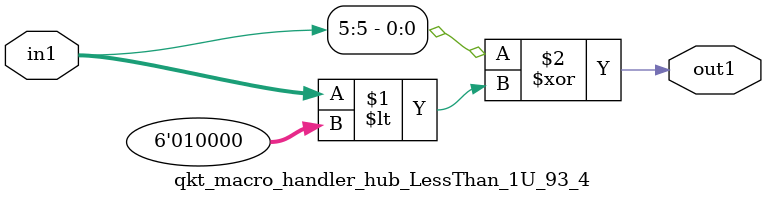
<source format=v>

`timescale 1ps / 1ps


module qkt_macro_handler_hub_LessThan_1U_93_4( in1, out1 );

    input [5:0] in1;
    output out1;

    
    // rtl_process:qkt_macro_handler_hub_LessThan_1U_93_4/qkt_macro_handler_hub_LessThan_1U_93_4_thread_1
    assign out1 = (in1[5] ^ in1 < 6'd16);

endmodule


</source>
